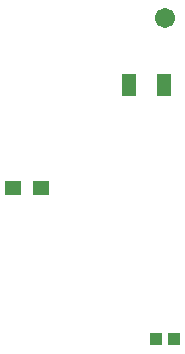
<source format=gts>
G04*
G04 #@! TF.GenerationSoftware,Altium Limited,Altium Designer,19.1.7 (138)*
G04*
G04 Layer_Color=8388736*
%FSLAX25Y25*%
%MOIN*%
G70*
G01*
G75*
%ADD13R,0.04383X0.04461*%
%ADD14R,0.05721X0.05131*%
%ADD15R,0.05131X0.07611*%
%ADD16C,0.06706*%
D13*
X58158Y11450D02*
D03*
X64142D02*
D03*
D14*
X10374Y61800D02*
D03*
X19626D02*
D03*
D15*
X60795Y96100D02*
D03*
X48905D02*
D03*
D16*
X61200Y118250D02*
D03*
M02*

</source>
